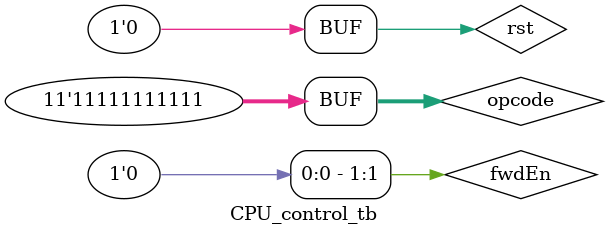
<source format=sv>

module CPU_control(rst, opcode, uncondBr, branch, Reg2Loc, ALU_Src, RegWrite, 
						 ALU_SH, Imm, memToReg, memWrite, shiftDirn, ALU_on, set_flags, 
						 branchReg, branchLink, memRead, fwdEn);
						 
	input logic [10:0] opcode;
	
	input logic rst;
	
	output logic uncondBr, branch, Reg2Loc, ALU_Src, RegWrite, ALU_SH, Imm, memToReg, memWrite, shiftDirn;
	
	output logic branchReg, branchLink;
	
	output logic memRead;
	
	output logic ALU_on, set_flags;
	
	output logic [1:0] fwdEn;
	
	
	// Opcode slices
	logic [5:0] bOp;
	assign bOp = opcode[10:5];
	
	logic [10:0] dOp;
	assign dOp = opcode[10:0];
	
	logic [10:0] rOp;
	assign rOp = opcode[10:0];
	
	logic [7:0] cbOp;
	assign cbOp = opcode[10:3];
	
	logic [9:0] iOp;
	assign iOp = opcode[10:1];
	
	
	always_comb begin
	
	if(!rst) begin
	
			// unconditional branch
		if (bOp == 6'b000101) begin
			uncondBr = 1'b1;
			branch = 1'b0;
			branchReg = 1'b0;
			branchLink = 1'b0;
			memRead = 1'b0;
			
			
			Reg2Loc = 1'bX;
			ALU_Src = 1'bX;
			RegWrite = 1'b0;
			ALU_SH = 1'bX;
			Imm = 1'bX;
			memToReg = 1'bX;
			memWrite = 1'b0;
			shiftDirn = 1'bX;
			
			ALU_on = 1'b0;
			set_flags = 1'b0;
			fwdEn = 2'b00;
			
			
		end
		// conditional branch
		else if (cbOp == 8'b01010100)begin
			uncondBr = 1'b0;
			branch = 1'b1;
			branchReg = 1'b0;
			branchLink = 1'b0;
			memRead = 1'b0;
			
			Reg2Loc = 1'b0;
			ALU_Src = 1'b0;
			RegWrite = 1'b0;
			ALU_SH = 1'b0;
			Imm = 1'b0;
			memToReg = 1'bX;
			memWrite = 1'b0;
			shiftDirn = 1'bX;
			
			ALU_on = 1'b1;
			set_flags = 1'b0;
			fwdEn = 2'b00;
			
		
		end
		
		// branch with link
		else if (bOp == 6'b100101) begin
			uncondBr = 1'b1;
			branch = 1'b1;
			branchReg = 1'b0;
			branchLink = 1'b1;
			memRead = 1'b0;
			
			Reg2Loc = 1'b0;
			ALU_Src = 1'b0;
			RegWrite = 1'b1;
			ALU_SH = 1'b0;
			Imm = 1'bX;
			memToReg = 1'b0;
			memWrite = 1'b0;
			shiftDirn = 1'bX;
			
			ALU_on = 1'b1;
			set_flags = 1'b0;
			fwdEn = 2'b00;
			
			
		end
		
		// branch to register
		else if (rOp == 11'b11010110000) begin
			uncondBr = 1'b1;
			branch = 1'b0;
			branchReg = 1'b1;
			branchLink = 1'b0;
			memRead = 1'b0;
			
			Reg2Loc = 1'b0;
			ALU_Src = 1'b0;
			RegWrite = 1'b0;
			ALU_SH = 1'b0;
			Imm = 1'b0;
			memToReg = 1'b0;
			memWrite = 1'b0;
			shiftDirn = 1'bX;
			
			ALU_on = 1'b1;
			set_flags = 1'b0;
			fwdEn = 2'b00;
			
		end
		
		// CBZ
		else if (cbOp == 8'b10110100) begin
			uncondBr = 1'b0;
			branch = 1'b1;
			branchReg = 1'b0;
			branchLink = 1'b0;
			memRead = 1'b0;
			
			
			Reg2Loc = 1'b0;
			ALU_Src = 1'b0;
			RegWrite = 1'b0;
			ALU_SH = 1'b0;
			Imm = 1'bX;
			memToReg = 1'b0;
			memWrite = 1'b0;
			shiftDirn = 1'bX;
			
			ALU_on = 1'b1;
			set_flags = 1'b1;
			fwdEn = 2'b11;
			
		end
		
		// ADDI
		else if (iOp == 10'b1001000100) begin
			uncondBr = 1'b0;
			branch = 1'b0;
			branchReg = 1'b0;
			branchLink = 1'b0;
			memRead = 1'b0;
			
			Reg2Loc = 1'bX;
			ALU_Src = 1'b1;
			RegWrite = 1'b1;
			ALU_SH = 1'b0;
			Imm = 1'b1;
			memToReg = 1'b0;
			memWrite = 1'b0;
			shiftDirn = 1'b0;
			
			ALU_on = 1'b1;
			set_flags = 1'b0;
			fwdEn = 2'b10;
			
		end
		
		// ADDS (ADD, set flags)
		else if (rOp == 11'b10101011000) begin
			uncondBr = 1'b0;
			branch = 1'b0;
			branchReg = 1'b0;
			branchLink = 1'b0;
			memRead = 1'b0;
			
			Reg2Loc = 1'b1;
			ALU_Src = 1'b0;
			RegWrite = 1'b1;
			ALU_SH = 1'b0;
			Imm = 1'bX;
			memToReg = 1'b0;
			memWrite = 1'b0;
			shiftDirn = 1'bX;
			
			ALU_on = 1'b1;
			set_flags = 1'b1;
			fwdEn = 2'b11;
			
		end
		
		// LDUR
		else if (dOp == 11'b11111000010) begin
			uncondBr = 1'b0;
			branch = 1'b0;
			branchReg = 1'b0;
			branchLink = 1'b0;
			memRead = 1'b1;
			
			Reg2Loc = 1'bX;
			ALU_Src = 1'b1;
			RegWrite = 1'b1;
			ALU_SH = 1'b0;
			Imm = 1'b0;
			memToReg = 1'b1;
			memWrite = 1'b0;
			shiftDirn = 1'bX;
			
			ALU_on = 1'b1;
			set_flags = 1'b0;
			fwdEn = 2'b10;
			
		end
		
		// STUR
		else if (dOp == 11'b11111000000) begin
			uncondBr = 1'b0;
			branch = 1'b0;
			branchReg = 1'b0;
			branchLink = 1'b0;
			memRead = 1'b0;
			
			Reg2Loc = 1'b0;
			ALU_Src = 1'b1;
			RegWrite = 1'b0;
			ALU_SH = 1'b0;
			Imm = 1'b0;
			memToReg = 1'bX;
			memWrite = 1'b1;
			shiftDirn = 1'bX;
			
			ALU_on = 1'b1;
			set_flags = 1'b0;
			fwdEn = 2'b11;
			
		end
		
		// SUBS (SUB, set flags)
		else if (rOp == 11'b11101011000) begin
			uncondBr = 1'b0;
			branch = 1'b0;
			branchReg = 1'b0;
			branchLink = 1'b0;
			memRead = 1'b0;
			
			Reg2Loc = 1'b1;
			ALU_Src = 1'b0;
			RegWrite = 1'b1;
			ALU_SH = 1'b0;
			Imm = 1'bX;
			memToReg = 1'b0;
			memWrite = 1'b0;
			shiftDirn = 1'bX;
			
			ALU_on = 1'b1;
			set_flags = 1'b1;
			fwdEn = 2'b11;
			
	
		end
		
		// nothing happens 
		else begin
			// 
			uncondBr = 1'b0;
			branch = 1'b0;
			branchReg = 1'b0;
			branchLink = 1'b0;
			memRead = 1'bX;
			
			Reg2Loc = 1'b0;
			ALU_Src = 1'bX;
			RegWrite = 1'bX;
			ALU_SH = 1'bX;
			Imm = 1'bX;
			memToReg = 1'bX;
			memWrite = 1'bX;
			shiftDirn = 1'bX;
			
			ALU_on = 1'bX;
			set_flags = 1'b0;
			fwdEn = 2'b00;
			
		end
		
	end
	
	//reset condition
	else begin
		uncondBr = 1'b0;
		branch = 1'b0;
		branchReg = 1'b0;
		branchLink = 1'b0;
		memRead = 1'b0;
		
		Reg2Loc = 1'b0;
		ALU_Src = 1'b0;
		RegWrite = 1'b0;
		ALU_SH = 1'b0;
		Imm = 1'b0;
		memToReg = 1'b0;
		memWrite = 1'b0;
		shiftDirn = 1'b0;
		
		ALU_on = 1'b0;
		set_flags = 1'b0;
		fwdEn = 2'b00;
		
	end
	
	
	end

						 
endmodule



module CPU_control_tb();
	logic rst;

	logic [10:0] opcode;
	
	logic uncondBr, branch, Reg2Loc, ALU_Src, RegWrite, ALU_SH, Imm, memToReg, memWrite, shiftDirn;
	
	logic branchReg, branchLink;
	
	logic memRead;
	
	logic ALU_on, set_flags;
	
	logic [1:0] fwdEn;
	
	
	CPU_control dut(opcode, uncondBr, branch, Reg2Loc, ALU_Src, RegWrite, 
						 ALU_SH, Imm, memToReg, memWrite, shiftDirn, ALU_on, set_flags, 
						 branchReg, branchLink, memRead, fwdEn);
						 
	initial begin
	
		rst = 1'b1; #10;
		rst = 1'b0; #10;
		
		// unconditional branch test
		opcode = 11'b00010111001; #10;
		
		// conditional branch test
		opcode = 11'b01010100110; #10;
		
		// branch with link test
		opcode = 11'b10010111001; #10;
		
		// branch to register test
		opcode = 11'b11010110000; #10;
		
		// CBZ test
		opcode = 11'b10110100011; #10;
		
		// ADDI test
		opcode = 11'b10010001000; #10;
	
		// ADDS (ADD, set flags) test
		opcode = 11'b10101011000; #10;
		
		// LDUR test
		opcode = 11'b11111000010; #10;
		
		// STUR test
		opcode = 11'b11111000000; #10;
		
		// SUBS (SUB, set flags) test
		opcode = 11'b11101011000; #10;
		
		
		// else case test, should be all Z's
		opcode = 11'b11111111111; #10;
	end
	

endmodule

</source>
